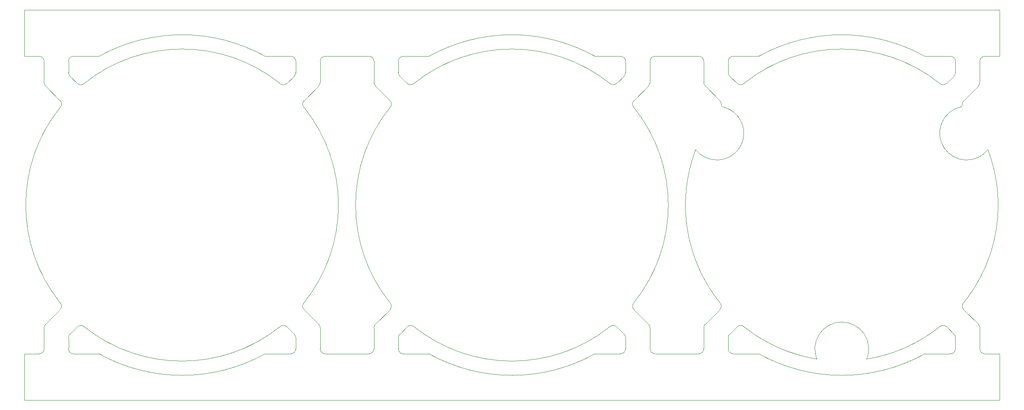
<source format=gbr>
%TF.GenerationSoftware,KiCad,Pcbnew,(5.1.8)-1*%
%TF.CreationDate,2021-05-29T17:14:30-04:00*%
%TF.ProjectId,panel,70616e65-6c2e-46b6-9963-61645f706362,rev?*%
%TF.SameCoordinates,Original*%
%TF.FileFunction,Profile,NP*%
%FSLAX46Y46*%
G04 Gerber Fmt 4.6, Leading zero omitted, Abs format (unit mm)*
G04 Created by KiCad (PCBNEW (5.1.8)-1) date 2021-05-29 17:14:30*
%MOMM*%
%LPD*%
G01*
G04 APERTURE LIST*
%TA.AperFunction,Profile*%
%ADD10C,0.050000*%
%TD*%
G04 APERTURE END LIST*
D10*
X246100000Y-126049999D02*
X246100000Y-121710000D01*
X241100000Y-67050001D02*
X241100000Y-69380000D01*
X245781604Y-72121722D02*
X242810869Y-75124665D01*
X246100000Y-67050001D02*
X246100000Y-71390000D01*
X239275335Y-121510869D02*
X240766213Y-122974239D01*
X245781604Y-120978278D02*
X242810869Y-117975335D01*
X245781604Y-72121722D02*
G75*
G03*
X246100000Y-71390000I-681604J731722D01*
G01*
X241100000Y-126049999D02*
X241100000Y-123720000D01*
X194933787Y-70125761D02*
G75*
G02*
X194600000Y-69380000I666213J745761D01*
G01*
X240766213Y-70125761D02*
G75*
G03*
X241100000Y-69380000I-666213J745761D01*
G01*
X239275335Y-71589131D02*
X240766213Y-70125761D01*
X189918396Y-72121722D02*
G75*
G02*
X189600000Y-71390000I681604J731722D01*
G01*
X194600000Y-126049999D02*
X194600000Y-123720000D01*
X189918396Y-120978278D02*
X192889131Y-117975335D01*
X189600000Y-126049999D02*
X189600000Y-121710000D01*
X189918396Y-120978278D02*
G75*
G03*
X189600000Y-121710000I681604J-731722D01*
G01*
X240766213Y-122974239D02*
G75*
G02*
X241100000Y-123720000I-666213J-745761D01*
G01*
X194933787Y-122974239D02*
G75*
G03*
X194600000Y-123720000I666213J-745761D01*
G01*
X196424665Y-121510869D02*
X194933787Y-122974239D01*
X245781604Y-120978278D02*
G75*
G02*
X246100000Y-121710000I-681604J-731722D01*
G01*
X189600000Y-67050001D02*
X189600000Y-71390000D01*
X196424665Y-71589131D02*
X194933787Y-70125761D01*
X189918396Y-72121722D02*
X192889131Y-75124665D01*
X194600000Y-67050001D02*
X194600000Y-69380000D01*
X111100000Y-126049999D02*
X111100000Y-121710000D01*
X106100000Y-67050001D02*
X106100000Y-69380000D01*
X110781604Y-72121722D02*
X107810869Y-75124665D01*
X111100000Y-67050001D02*
X111100000Y-71390000D01*
X104275335Y-121510869D02*
X105766213Y-122974239D01*
X110781604Y-120978278D02*
X107810869Y-117975335D01*
X110781604Y-72121722D02*
G75*
G03*
X111100000Y-71390000I-681604J731722D01*
G01*
X106100000Y-126049999D02*
X106100000Y-123720000D01*
X59933787Y-70125761D02*
G75*
G02*
X59600000Y-69380000I666213J745761D01*
G01*
X105766213Y-70125761D02*
G75*
G03*
X106100000Y-69380000I-666213J745761D01*
G01*
X104275335Y-71589131D02*
X105766213Y-70125761D01*
X54918396Y-72121722D02*
G75*
G02*
X54600000Y-71390000I681604J731722D01*
G01*
X59600000Y-126049999D02*
X59600000Y-123720000D01*
X54918396Y-120978278D02*
X57889131Y-117975335D01*
X54600000Y-126049999D02*
X54600000Y-121710000D01*
X54918396Y-120978278D02*
G75*
G03*
X54600000Y-121710000I681604J-731722D01*
G01*
X105766213Y-122974239D02*
G75*
G02*
X106100000Y-123720000I-666213J-745761D01*
G01*
X59933787Y-122974239D02*
G75*
G03*
X59600000Y-123720000I666213J-745761D01*
G01*
X61424665Y-121510869D02*
X59933787Y-122974239D01*
X110781604Y-120978278D02*
G75*
G02*
X111100000Y-121710000I-681604J-731722D01*
G01*
X54600000Y-67050001D02*
X54600000Y-71390000D01*
X61424665Y-71589131D02*
X59933787Y-70125761D01*
X54918396Y-72121722D02*
X57889131Y-75124665D01*
X59600000Y-67050001D02*
X59600000Y-69380000D01*
X127100000Y-126049999D02*
X127100000Y-123720000D01*
X122418396Y-120978278D02*
X125389131Y-117975335D01*
X122100000Y-126049999D02*
X122100000Y-121710000D01*
X122418396Y-120978278D02*
G75*
G03*
X122100000Y-121710000I681604J-731722D01*
G01*
X173266213Y-122974239D02*
G75*
G02*
X173600000Y-123720000I-666213J-745761D01*
G01*
X127433787Y-122974239D02*
G75*
G03*
X127100000Y-123720000I666213J-745761D01*
G01*
X128924665Y-121510869D02*
X127433787Y-122974239D01*
X178281604Y-120978278D02*
G75*
G02*
X178600000Y-121710000I-681604J-731722D01*
G01*
X178600000Y-126049999D02*
X178600000Y-121710000D01*
X171775335Y-121510869D02*
X173266213Y-122974239D01*
X178281604Y-120978278D02*
X175310869Y-117975335D01*
X173600000Y-126049999D02*
X173600000Y-123720000D01*
X173266213Y-70125761D02*
G75*
G03*
X173600000Y-69380000I-666213J745761D01*
G01*
X178281604Y-72121722D02*
G75*
G03*
X178600000Y-71390000I-681604J731722D01*
G01*
X178600000Y-67050001D02*
X178600000Y-71390000D01*
X171775335Y-71589131D02*
X173266213Y-70125761D01*
X178281604Y-72121722D02*
X175310869Y-75124665D01*
X173600000Y-67050001D02*
X173600000Y-69380000D01*
X122418396Y-72121722D02*
G75*
G02*
X122100000Y-71390000I681604J731722D01*
G01*
X127433787Y-70125761D02*
G75*
G02*
X127100000Y-69380000I666213J745761D01*
G01*
X242149123Y-76426246D02*
G75*
G03*
X242520000Y-75920000I-119123J476246D01*
G01*
X193550877Y-76426246D02*
G75*
G02*
X193180000Y-75920000I119123J476246D01*
G01*
X187945708Y-85182359D02*
G75*
G03*
X192889131Y-116561121I29904292J-11367641D01*
G01*
X222957296Y-128131726D02*
G75*
G03*
X237861121Y-121510869I-5107296J31581726D01*
G01*
X188600000Y-127050000D02*
X179600000Y-127050000D01*
X247100000Y-127050000D02*
X250100000Y-127050000D01*
X247100000Y-66050000D02*
X250100000Y-66050000D01*
X179600000Y-66050000D02*
X188600000Y-66050000D01*
X112100000Y-66050000D02*
X121100000Y-66050000D01*
X112100000Y-127050000D02*
X121100000Y-127050000D01*
X53600000Y-127050000D02*
X50600000Y-127050000D01*
X50600000Y-66050000D02*
X53600000Y-66050000D01*
X247754533Y-85182994D02*
G75*
G02*
X242810869Y-116561121I-29904533J-11367006D01*
G01*
X212742704Y-128131726D02*
G75*
G02*
X197838879Y-121510869I5107296J31581726D01*
G01*
X197838879Y-71589131D02*
G75*
G02*
X237861121Y-71589131I20011121J-24960869D01*
G01*
X193178139Y-75919835D02*
G75*
G03*
X192889131Y-75124665I-996115J88064D01*
G01*
X197838878Y-71589130D02*
G75*
G02*
X196424665Y-71589131I-707107J707106D01*
G01*
X237861122Y-71589130D02*
G75*
G03*
X239275335Y-71589131I707107J707106D01*
G01*
X242521861Y-75919835D02*
G75*
G02*
X242810869Y-75124665I996115J88064D01*
G01*
X192889130Y-116561122D02*
G75*
G02*
X192889131Y-117975335I-707106J-707107D01*
G01*
X242810870Y-116561122D02*
G75*
G03*
X242810869Y-117975335I707106J-707107D01*
G01*
X197838878Y-121510870D02*
G75*
G03*
X196424665Y-121510869I-707107J-707106D01*
G01*
X237861122Y-121510870D02*
G75*
G02*
X239275335Y-121510869I707107J-707106D01*
G01*
X195599999Y-66050000D02*
G75*
G03*
X194600000Y-67050001I1J-1000000D01*
G01*
X189600000Y-67050000D02*
G75*
G03*
X188600000Y-66050000I-1000000J0D01*
G01*
X240100000Y-66050000D02*
G75*
G02*
X241100000Y-67050000I0J-1000000D01*
G01*
X246100000Y-67050000D02*
G75*
G02*
X247100000Y-66050000I1000000J0D01*
G01*
X246100000Y-126050000D02*
G75*
G03*
X247100000Y-127050000I1000000J0D01*
G01*
X195600000Y-127050001D02*
G75*
G02*
X194599999Y-126050000I0J1000001D01*
G01*
X240100001Y-127050000D02*
G75*
G03*
X241100000Y-126049999I-1J1000000D01*
G01*
X240100001Y-127050000D02*
X234849999Y-127049998D01*
X195600000Y-127050001D02*
X200850001Y-127049998D01*
X189600000Y-126050000D02*
G75*
G02*
X188600000Y-127050000I-1000000J0D01*
G01*
X240100000Y-66050000D02*
X234849999Y-66050002D01*
X195599999Y-66050000D02*
X200850001Y-66050002D01*
X200850001Y-66050002D02*
G75*
G02*
X234849999Y-66050002I16999999J-30499998D01*
G01*
X234849999Y-127049998D02*
G75*
G02*
X200850001Y-127049998I-16999999J30499998D01*
G01*
X107810869Y-76538880D02*
G75*
G02*
X107810869Y-116561121I-24960869J-20011120D01*
G01*
X102861120Y-121510869D02*
G75*
G02*
X62838879Y-121510869I-20011120J24960869D01*
G01*
X57889130Y-116561120D02*
G75*
G02*
X57889132Y-76538878I24960870J20011120D01*
G01*
X62838879Y-71589131D02*
G75*
G02*
X102861121Y-71589131I20011121J-24960869D01*
G01*
X57889130Y-76538878D02*
G75*
G03*
X57889131Y-75124665I-707106J707107D01*
G01*
X62838878Y-71589130D02*
G75*
G02*
X61424665Y-71589131I-707107J707106D01*
G01*
X102861122Y-71589130D02*
G75*
G03*
X104275335Y-71589131I707107J707106D01*
G01*
X107810870Y-76538878D02*
G75*
G02*
X107810869Y-75124665I707106J707107D01*
G01*
X57889130Y-116561122D02*
G75*
G02*
X57889131Y-117975335I-707106J-707107D01*
G01*
X107810870Y-116561122D02*
G75*
G03*
X107810869Y-117975335I707106J-707107D01*
G01*
X62838878Y-121510870D02*
G75*
G03*
X61424665Y-121510869I-707107J-707106D01*
G01*
X102861122Y-121510870D02*
G75*
G02*
X104275335Y-121510869I707107J-707106D01*
G01*
X60599999Y-66050000D02*
G75*
G03*
X59600000Y-67050001I1J-1000000D01*
G01*
X54600000Y-67050000D02*
G75*
G03*
X53600000Y-66050000I-1000000J0D01*
G01*
X105100000Y-66050000D02*
G75*
G02*
X106100000Y-67050000I0J-1000000D01*
G01*
X111100000Y-67050000D02*
G75*
G02*
X112100000Y-66050000I1000000J0D01*
G01*
X111100000Y-126050000D02*
G75*
G03*
X112100000Y-127050000I1000000J0D01*
G01*
X60600000Y-127050001D02*
G75*
G02*
X59599999Y-126050000I0J1000001D01*
G01*
X105100001Y-127050000D02*
G75*
G03*
X106100000Y-126049999I-1J1000000D01*
G01*
X105100001Y-127050000D02*
X99849999Y-127049998D01*
X60600000Y-127050001D02*
X65850001Y-127049998D01*
X54600000Y-126050000D02*
G75*
G02*
X53600000Y-127050000I-1000000J0D01*
G01*
X105100000Y-66050000D02*
X99849999Y-66050002D01*
X60599999Y-66050000D02*
X65850001Y-66050002D01*
X65850001Y-66050002D02*
G75*
G02*
X99849999Y-66050002I16999999J-30499998D01*
G01*
X99849999Y-127049998D02*
G75*
G02*
X65850001Y-127049998I-16999999J30499998D01*
G01*
X172600001Y-127050000D02*
G75*
G03*
X173600000Y-126049999I-1J1000000D01*
G01*
X178600000Y-126050000D02*
G75*
G03*
X179600000Y-127050000I1000000J0D01*
G01*
X128100000Y-127050001D02*
G75*
G02*
X127099999Y-126050000I0J1000001D01*
G01*
X122100000Y-126050000D02*
G75*
G02*
X121100000Y-127050000I-1000000J0D01*
G01*
X128100000Y-127050001D02*
X133350001Y-127049998D01*
X172600001Y-127050000D02*
X167349999Y-127049998D01*
X172600000Y-66050000D02*
X167349999Y-66050002D01*
X128099999Y-66050000D02*
X133350001Y-66050002D01*
X128924665Y-71589131D02*
X127433787Y-70125761D01*
X127100000Y-67050001D02*
X127100000Y-69380000D01*
X122418396Y-72121722D02*
X125389131Y-75124665D01*
X122100000Y-67050001D02*
X122100000Y-71390000D01*
X128099999Y-66050000D02*
G75*
G03*
X127100000Y-67050001I1J-1000000D01*
G01*
X122100000Y-67050000D02*
G75*
G03*
X121100000Y-66050000I-1000000J0D01*
G01*
X172600000Y-66050000D02*
G75*
G02*
X173600000Y-67050000I0J-1000000D01*
G01*
X178600000Y-67050000D02*
G75*
G02*
X179600000Y-66050000I1000000J0D01*
G01*
X175310869Y-76538880D02*
G75*
G02*
X175310869Y-116561121I-24960869J-20011120D01*
G01*
X170361120Y-121510869D02*
G75*
G02*
X130338879Y-121510869I-20011120J24960869D01*
G01*
X125389130Y-116561120D02*
G75*
G02*
X125389132Y-76538878I24960870J20011120D01*
G01*
X130338879Y-71589131D02*
G75*
G02*
X170361121Y-71589131I20011121J-24960869D01*
G01*
X170361122Y-71589130D02*
G75*
G03*
X171775335Y-71589131I707107J707106D01*
G01*
X175310870Y-76538878D02*
G75*
G02*
X175310869Y-75124665I707106J707107D01*
G01*
X175310870Y-116561122D02*
G75*
G03*
X175310869Y-117975335I707106J-707107D01*
G01*
X170361122Y-121510870D02*
G75*
G02*
X171775335Y-121510869I707107J-707106D01*
G01*
X130338878Y-121510870D02*
G75*
G03*
X128924665Y-121510869I-707107J-707106D01*
G01*
X125389130Y-116561122D02*
G75*
G02*
X125389131Y-117975335I-707106J-707107D01*
G01*
X125389130Y-76538878D02*
G75*
G03*
X125389131Y-75124665I-707106J707107D01*
G01*
X130338878Y-71589130D02*
G75*
G02*
X128924665Y-71589131I-707107J707106D01*
G01*
X50600000Y-136550000D02*
X250100000Y-136550000D01*
X167349999Y-127049998D02*
G75*
G02*
X133350001Y-127049998I-16999999J30499998D01*
G01*
X250100000Y-127050000D02*
X250100000Y-136550000D01*
X50600000Y-127050000D02*
X50600000Y-136550000D01*
X212742813Y-128131994D02*
G75*
G02*
X222957296Y-128131727I5107187J2081994D01*
G01*
X193550515Y-76427695D02*
G75*
G02*
X187945708Y-85182359I-1248264J-5372305D01*
G01*
X247755255Y-85183554D02*
G75*
G02*
X242149122Y-76426246I-4357506J3383554D01*
G01*
X133350001Y-66050002D02*
G75*
G02*
X167349999Y-66050002I16999999J-30499998D01*
G01*
X250100000Y-66050000D02*
X250100000Y-56550000D01*
X50600000Y-66050000D02*
X50600000Y-56550000D01*
X250100000Y-56550000D02*
X50600000Y-56550000D01*
M02*

</source>
